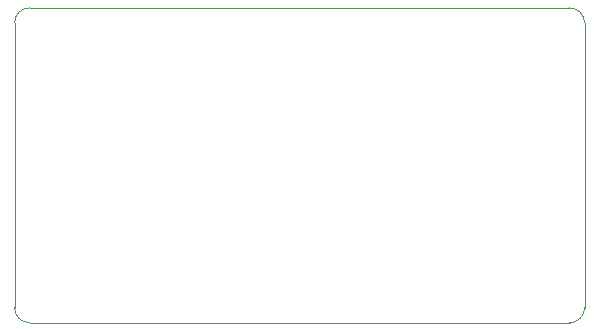
<source format=gm1>
%TF.GenerationSoftware,KiCad,Pcbnew,(5.1.9-0-10_14)*%
%TF.CreationDate,2021-03-23T08:31:54+08:00*%
%TF.ProjectId,Kernel,4b65726e-656c-42e6-9b69-6361645f7063,rev?*%
%TF.SameCoordinates,Original*%
%TF.FileFunction,Profile,NP*%
%FSLAX46Y46*%
G04 Gerber Fmt 4.6, Leading zero omitted, Abs format (unit mm)*
G04 Created by KiCad (PCBNEW (5.1.9-0-10_14)) date 2021-03-23 08:31:54*
%MOMM*%
%LPD*%
G01*
G04 APERTURE LIST*
%TA.AperFunction,Profile*%
%ADD10C,0.050000*%
%TD*%
G04 APERTURE END LIST*
D10*
X74295000Y-57150000D02*
G75*
G02*
X73025000Y-55880000I0J1270000D01*
G01*
X73025000Y-31750000D02*
G75*
G02*
X74295000Y-30480000I1270000J0D01*
G01*
X120015000Y-30480000D02*
G75*
G02*
X121285000Y-31750000I0J-1270000D01*
G01*
X121285000Y-55880000D02*
G75*
G02*
X120015000Y-57150000I-1270000J0D01*
G01*
X120015000Y-30480000D02*
X74295000Y-30480000D01*
X121285000Y-55880000D02*
X121285000Y-31750000D01*
X74295000Y-57150000D02*
X120015000Y-57150000D01*
X73025000Y-31750000D02*
X73025000Y-55880000D01*
M02*

</source>
